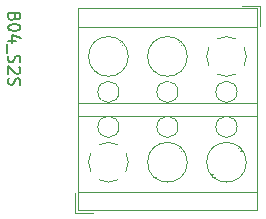
<source format=gbr>
G04 #@! TF.GenerationSoftware,KiCad,Pcbnew,5.1.5-52549c5~86~ubuntu18.04.1*
G04 #@! TF.CreationDate,2020-10-02T17:19:18-05:00*
G04 #@! TF.ProjectId,B04,4230342e-6b69-4636-9164-5f7063625858,rev?*
G04 #@! TF.SameCoordinates,Original*
G04 #@! TF.FileFunction,Legend,Top*
G04 #@! TF.FilePolarity,Positive*
%FSLAX46Y46*%
G04 Gerber Fmt 4.6, Leading zero omitted, Abs format (unit mm)*
G04 Created by KiCad (PCBNEW 5.1.5-52549c5~86~ubuntu18.04.1) date 2020-10-02 17:19:18*
%MOMM*%
%LPD*%
G04 APERTURE LIST*
%ADD10C,0.150000*%
%ADD11C,0.120000*%
G04 APERTURE END LIST*
D10*
X21026428Y-21058523D02*
X20978809Y-21201380D01*
X20931190Y-21249000D01*
X20835952Y-21296619D01*
X20693095Y-21296619D01*
X20597857Y-21249000D01*
X20550238Y-21201380D01*
X20502619Y-21106142D01*
X20502619Y-20725190D01*
X21502619Y-20725190D01*
X21502619Y-21058523D01*
X21455000Y-21153761D01*
X21407380Y-21201380D01*
X21312142Y-21249000D01*
X21216904Y-21249000D01*
X21121666Y-21201380D01*
X21074047Y-21153761D01*
X21026428Y-21058523D01*
X21026428Y-20725190D01*
X21502619Y-21915666D02*
X21502619Y-22010904D01*
X21455000Y-22106142D01*
X21407380Y-22153761D01*
X21312142Y-22201380D01*
X21121666Y-22249000D01*
X20883571Y-22249000D01*
X20693095Y-22201380D01*
X20597857Y-22153761D01*
X20550238Y-22106142D01*
X20502619Y-22010904D01*
X20502619Y-21915666D01*
X20550238Y-21820428D01*
X20597857Y-21772809D01*
X20693095Y-21725190D01*
X20883571Y-21677571D01*
X21121666Y-21677571D01*
X21312142Y-21725190D01*
X21407380Y-21772809D01*
X21455000Y-21820428D01*
X21502619Y-21915666D01*
X21169285Y-23106142D02*
X20502619Y-23106142D01*
X21550238Y-22868047D02*
X20835952Y-22629952D01*
X20835952Y-23249000D01*
X20407380Y-23391857D02*
X20407380Y-24153761D01*
X20550238Y-24344238D02*
X20502619Y-24487095D01*
X20502619Y-24725190D01*
X20550238Y-24820428D01*
X20597857Y-24868047D01*
X20693095Y-24915666D01*
X20788333Y-24915666D01*
X20883571Y-24868047D01*
X20931190Y-24820428D01*
X20978809Y-24725190D01*
X21026428Y-24534714D01*
X21074047Y-24439476D01*
X21121666Y-24391857D01*
X21216904Y-24344238D01*
X21312142Y-24344238D01*
X21407380Y-24391857D01*
X21455000Y-24439476D01*
X21502619Y-24534714D01*
X21502619Y-24772809D01*
X21455000Y-24915666D01*
X21407380Y-25296619D02*
X21455000Y-25344238D01*
X21502619Y-25439476D01*
X21502619Y-25677571D01*
X21455000Y-25772809D01*
X21407380Y-25820428D01*
X21312142Y-25868047D01*
X21216904Y-25868047D01*
X21074047Y-25820428D01*
X20502619Y-25249000D01*
X20502619Y-25868047D01*
X20550238Y-26249000D02*
X20502619Y-26391857D01*
X20502619Y-26629952D01*
X20550238Y-26725190D01*
X20597857Y-26772809D01*
X20693095Y-26820428D01*
X20788333Y-26820428D01*
X20883571Y-26772809D01*
X20931190Y-26725190D01*
X20978809Y-26629952D01*
X21026428Y-26439476D01*
X21074047Y-26344238D01*
X21121666Y-26296619D01*
X21216904Y-26249000D01*
X21312142Y-26249000D01*
X21407380Y-26296619D01*
X21455000Y-26344238D01*
X21502619Y-26439476D01*
X21502619Y-26677571D01*
X21455000Y-26820428D01*
D11*
X26170000Y-37670600D02*
X27670000Y-37670600D01*
X26170000Y-35930600D02*
X26170000Y-37670600D01*
X37790000Y-34346600D02*
X37696000Y-34439600D01*
X40040000Y-32095600D02*
X39981000Y-32154600D01*
X37960000Y-34586600D02*
X37901000Y-34644600D01*
X40245000Y-32301600D02*
X40151000Y-32394600D01*
X32790000Y-34346600D02*
X32696000Y-34439600D01*
X35040000Y-32095600D02*
X34981000Y-32154600D01*
X32960000Y-34586600D02*
X32901000Y-34644600D01*
X35245000Y-32301600D02*
X35151000Y-32394600D01*
X41530000Y-28310600D02*
X41530000Y-37430600D01*
X26410000Y-28310600D02*
X26410000Y-37430600D01*
X26410000Y-37430600D02*
X41530000Y-37430600D01*
X26410000Y-28310600D02*
X41530000Y-28310600D01*
X26410000Y-35870600D02*
X41530000Y-35870600D01*
X39870000Y-30370600D02*
G75*
G03X39870000Y-30370600I-900000J0D01*
G01*
X40650000Y-33370600D02*
G75*
G03X40650000Y-33370600I-1680000J0D01*
G01*
X34870000Y-30370600D02*
G75*
G03X34870000Y-30370600I-900000J0D01*
G01*
X35650000Y-33370600D02*
G75*
G03X35650000Y-33370600I-1680000J0D01*
G01*
X29870000Y-30370600D02*
G75*
G03X29870000Y-30370600I-900000J0D01*
G01*
X28999383Y-35051050D02*
G75*
G02X28181000Y-34854600I-29383J1680450D01*
G01*
X27486047Y-34159688D02*
G75*
G02X27486000Y-32581600I1483953J789088D01*
G01*
X28180912Y-31886647D02*
G75*
G02X29759000Y-31886600I789088J-1483953D01*
G01*
X30453953Y-32581512D02*
G75*
G02X30454000Y-34159600I-1483953J-789088D01*
G01*
X29758712Y-34853952D02*
G75*
G02X28970000Y-35050600I-788712J1483352D01*
G01*
X41770000Y-20109400D02*
X40270000Y-20109400D01*
X41770000Y-21849400D02*
X41770000Y-20109400D01*
X30150000Y-23433400D02*
X30244000Y-23340400D01*
X27900000Y-25684400D02*
X27959000Y-25625400D01*
X29980000Y-23193400D02*
X30039000Y-23135400D01*
X27695000Y-25478400D02*
X27789000Y-25385400D01*
X35150000Y-23433400D02*
X35244000Y-23340400D01*
X32900000Y-25684400D02*
X32959000Y-25625400D01*
X34980000Y-23193400D02*
X35039000Y-23135400D01*
X32695000Y-25478400D02*
X32789000Y-25385400D01*
X26410000Y-29469400D02*
X26410000Y-20349400D01*
X41530000Y-29469400D02*
X41530000Y-20349400D01*
X41530000Y-20349400D02*
X26410000Y-20349400D01*
X41530000Y-29469400D02*
X26410000Y-29469400D01*
X41530000Y-21909400D02*
X26410000Y-21909400D01*
X29870000Y-27409400D02*
G75*
G03X29870000Y-27409400I-900000J0D01*
G01*
X30650000Y-24409400D02*
G75*
G03X30650000Y-24409400I-1680000J0D01*
G01*
X34870000Y-27409400D02*
G75*
G03X34870000Y-27409400I-900000J0D01*
G01*
X35650000Y-24409400D02*
G75*
G03X35650000Y-24409400I-1680000J0D01*
G01*
X39870000Y-27409400D02*
G75*
G03X39870000Y-27409400I-900000J0D01*
G01*
X38940617Y-22728950D02*
G75*
G02X39759000Y-22925400I29383J-1680450D01*
G01*
X40453953Y-23620312D02*
G75*
G02X40454000Y-25198400I-1483953J-789088D01*
G01*
X39759088Y-25893353D02*
G75*
G02X38181000Y-25893400I-789088J1483953D01*
G01*
X37486047Y-25198488D02*
G75*
G02X37486000Y-23620400I1483953J789088D01*
G01*
X38181288Y-22926048D02*
G75*
G02X38970000Y-22729400I788712J-1483352D01*
G01*
M02*

</source>
